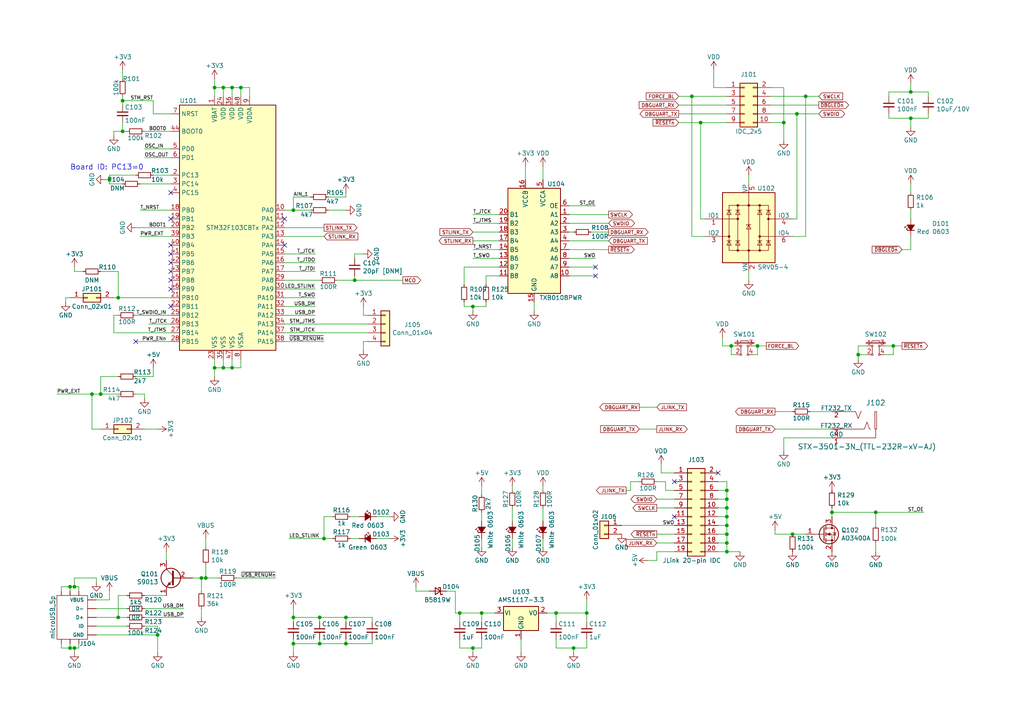
<source format=kicad_sch>
(kicad_sch (version 20211123) (generator eeschema)
  (paper "A4")
  (title_block (title "SS debug adapter (STLink v2.1 comp.)") (date "2021-01-04") (rev "R1A") (company "MaJo :)"))
  (junction (at 26.67 114.3))
  (junction (at 139.7 177.8))
  (junction (at 166.37 187.96))
  (junction (at 85.09 179.07))
  (junction (at 62.23 25.4))
  (junction (at 203.2 35.56))
  (junction (at 67.31 25.4))
  (junction (at 210.82 149.86))
  (junction (at 200.66 27.94))
  (junction (at 102.87 81.28))
  (junction (at 210.82 154.94))
  (junction (at 133.35 177.8))
  (junction (at 64.77 25.4))
  (junction (at 227.33 35.56))
  (junction (at 20.32 170.18))
  (junction (at 92.71 179.07))
  (junction (at 58.42 167.64))
  (junction (at 210.82 152.4))
  (junction (at 210.82 157.48))
  (junction (at 137.16 88.9))
  (junction (at 264.16 34.29))
  (junction (at 229.87 154.94))
  (junction (at 259.08 100.33))
  (junction (at 35.56 38.1))
  (junction (at 137.16 187.96))
  (junction (at 69.85 25.4))
  (junction (at 31.75 52.07))
  (junction (at 100.33 179.07))
  (junction (at 85.09 60.96))
  (junction (at 231.14 33.02))
  (junction (at 29.21 114.3))
  (junction (at 100.33 186.69))
  (junction (at 92.71 186.69))
  (junction (at 67.31 106.68))
  (junction (at 93.98 156.21))
  (junction (at 248.92 102.87))
  (junction (at 34.29 179.07))
  (junction (at 210.82 142.24))
  (junction (at 210.82 144.78))
  (junction (at 212.09 100.33))
  (junction (at 59.69 167.64))
  (junction (at 64.77 106.68))
  (junction (at 34.29 86.36))
  (junction (at 21.59 170.18))
  (junction (at 241.3 148.59))
  (junction (at 170.18 177.8))
  (junction (at 21.59 187.96))
  (junction (at 233.68 27.94))
  (junction (at 254 148.59))
  (junction (at 85.09 186.69))
  (junction (at 45.72 184.15))
  (junction (at 219.71 100.33))
  (junction (at 210.82 160.02))
  (junction (at 161.29 177.8))
  (junction (at 20.32 187.96))
  (junction (at 35.56 29.21))
  (junction (at 264.16 26.67))
  (junction (at 62.23 106.68))
  (junction (at 210.82 147.32))
  (no_connect (at 82.55 71.12))
  (no_connect (at 172.72 80.01))
  (no_connect (at 208.28 137.16))
  (no_connect (at 82.55 63.5))
  (no_connect (at 49.53 73.66))
  (no_connect (at 172.72 77.47))
  (no_connect (at 49.53 83.82))
  (no_connect (at 195.58 139.7))
  (no_connect (at 49.53 78.74))
  (no_connect (at 49.53 88.9))
  (no_connect (at 39.37 99.06))
  (no_connect (at 49.53 55.88))
  (no_connect (at 49.53 71.12))
  (no_connect (at 49.53 76.2))
  (no_connect (at 49.53 81.28))
  (no_connect (at 195.58 149.86))
  (no_connect (at 49.53 63.5))
  (wire (pts (xy 62.23 109.22) (xy 62.23 106.68)))
  (wire (pts (xy 261.62 72.39) (xy 264.16 72.39)))
  (wire (pts (xy 45.72 184.15) (xy 45.72 189.23)))
  (wire (pts (xy 237.49 27.94) (xy 233.68 27.94)))
  (wire (pts (xy 209.55 97.79) (xy 209.55 100.33)))
  (wire (pts (xy 269.24 26.67) (xy 269.24 27.94)))
  (wire (pts (xy 31.75 50.8) (xy 39.37 50.8)))
  (wire (pts (xy 33.02 91.44) (xy 33.02 96.52)))
  (wire (pts (xy 20.32 187.96) (xy 20.32 186.69)))
  (wire (pts (xy 101.6 156.21) (xy 104.14 156.21)))
  (wire (pts (xy 165.1 59.69) (xy 172.72 59.69)))
  (wire (pts (xy 105.41 101.6) (xy 105.41 99.06)))
  (wire (pts (xy 85.09 179.07) (xy 92.71 179.07)))
  (wire (pts (xy 157.48 48.26) (xy 157.48 52.07)))
  (wire (pts (xy 140.97 88.9) (xy 140.97 87.63)))
  (wire (pts (xy 49.53 50.8) (xy 44.45 50.8)))
  (wire (pts (xy 185.42 124.46) (xy 190.5 124.46)))
  (wire (pts (xy 85.09 60.96) (xy 90.17 60.96)))
  (wire (pts (xy 36.83 179.07) (xy 34.29 179.07)))
  (wire (pts (xy 64.77 25.4) (xy 67.31 25.4)))
  (wire (pts (xy 29.21 109.22) (xy 29.21 114.3)))
  (wire (pts (xy 58.42 167.64) (xy 58.42 171.45)))
  (wire (pts (xy 35.56 38.1) (xy 35.56 35.56)))
  (wire (pts (xy 59.69 163.83) (xy 59.69 167.64)))
  (wire (pts (xy 257.81 34.29) (xy 264.16 34.29)))
  (wire (pts (xy 152.4 48.26) (xy 152.4 52.07)))
  (wire (pts (xy 210.82 154.94) (xy 210.82 157.48)))
  (wire (pts (xy 208.28 147.32) (xy 210.82 147.32)))
  (wire (pts (xy 67.31 25.4) (xy 69.85 25.4)))
  (wire (pts (xy 35.56 38.1) (xy 33.02 38.1)))
  (wire (pts (xy 17.78 187.96) (xy 20.32 187.96)))
  (wire (pts (xy 190.5 160.02) (xy 195.58 160.02)))
  (wire (pts (xy 62.23 106.68) (xy 64.77 106.68)))
  (wire (pts (xy 82.55 78.74) (xy 91.44 78.74)))
  (wire (pts (xy 97.79 81.28) (xy 102.87 81.28)))
  (wire (pts (xy 92.71 180.34) (xy 92.71 179.07)))
  (wire (pts (xy 144.78 80.01) (xy 140.97 80.01)))
  (wire (pts (xy 82.55 68.58) (xy 93.98 68.58)))
  (wire (pts (xy 248.92 100.33) (xy 251.46 100.33)))
  (wire (pts (xy 92.71 186.69) (xy 100.33 186.69)))
  (wire (pts (xy 35.56 29.21) (xy 35.56 30.48)))
  (wire (pts (xy 96.52 156.21) (xy 93.98 156.21)))
  (wire (pts (xy 148.59 140.97) (xy 148.59 142.24)))
  (wire (pts (xy 170.18 177.8) (xy 161.29 177.8)))
  (wire (pts (xy 41.91 181.61) (xy 45.72 181.61)))
  (wire (pts (xy 157.48 140.97) (xy 157.48 142.24)))
  (wire (pts (xy 229.87 154.94) (xy 233.68 154.94)))
  (wire (pts (xy 31.75 52.07) (xy 30.48 52.07)))
  (wire (pts (xy 105.41 73.66) (xy 102.87 73.66)))
  (wire (pts (xy 161.29 187.96) (xy 166.37 187.96)))
  (wire (pts (xy 217.17 50.8) (xy 217.17 53.34)))
  (wire (pts (xy 133.35 180.34) (xy 133.35 177.8)))
  (wire (pts (xy 21.59 78.74) (xy 24.13 78.74)))
  (wire (pts (xy 29.21 124.46) (xy 26.67 124.46)))
  (wire (pts (xy 259.08 102.87) (xy 259.08 100.33)))
  (wire (pts (xy 33.02 96.52) (xy 49.53 96.52)))
  (wire (pts (xy 200.66 27.94) (xy 196.85 27.94)))
  (wire (pts (xy 140.97 80.01) (xy 140.97 82.55)))
  (wire (pts (xy 31.75 52.07) (xy 31.75 50.8)))
  (wire (pts (xy 102.87 81.28) (xy 116.84 81.28)))
  (wire (pts (xy 233.68 27.94) (xy 223.52 27.94)))
  (wire (pts (xy 134.62 88.9) (xy 137.16 88.9)))
  (wire (pts (xy 68.58 167.64) (xy 80.01 167.64)))
  (wire (pts (xy 219.71 100.33) (xy 222.25 100.33)))
  (wire (pts (xy 49.53 45.72) (xy 41.91 45.72)))
  (wire (pts (xy 107.95 186.69) (xy 107.95 185.42)))
  (wire (pts (xy 36.83 172.72) (xy 34.29 172.72)))
  (wire (pts (xy 92.71 179.07) (xy 100.33 179.07)))
  (wire (pts (xy 82.55 83.82) (xy 91.44 83.82)))
  (wire (pts (xy 62.23 22.86) (xy 62.23 25.4)))
  (wire (pts (xy 227.33 130.81) (xy 227.33 127)))
  (wire (pts (xy 190.5 154.94) (xy 195.58 154.94)))
  (wire (pts (xy 105.41 99.06) (xy 106.68 99.06)))
  (wire (pts (xy 200.66 68.58) (xy 200.66 27.94)))
  (wire (pts (xy 95.25 57.15) (xy 100.33 57.15)))
  (wire (pts (xy 187.96 162.56) (xy 190.5 162.56)))
  (wire (pts (xy 139.7 185.42) (xy 139.7 187.96)))
  (wire (pts (xy 59.69 167.64) (xy 63.5 167.64)))
  (wire (pts (xy 218.44 102.87) (xy 219.71 102.87)))
  (wire (pts (xy 210.82 144.78) (xy 210.82 147.32)))
  (wire (pts (xy 62.23 25.4) (xy 62.23 27.94)))
  (wire (pts (xy 59.69 158.75) (xy 59.69 156.21)))
  (wire (pts (xy 31.75 53.34) (xy 31.75 52.07)))
  (wire (pts (xy 22.86 170.18) (xy 22.86 171.45)))
  (wire (pts (xy 264.16 26.67) (xy 269.24 26.67)))
  (wire (pts (xy 31.75 173.99) (xy 31.75 171.45)))
  (wire (pts (xy 41.91 38.1) (xy 49.53 38.1)))
  (wire (pts (xy 165.1 77.47) (xy 172.72 77.47)))
  (wire (pts (xy 217.17 81.28) (xy 217.17 78.74)))
  (wire (pts (xy 19.05 86.36) (xy 19.05 87.63)))
  (wire (pts (xy 254 157.48) (xy 254 160.02)))
  (wire (pts (xy 100.33 185.42) (xy 100.33 186.69)))
  (wire (pts (xy 157.48 156.21) (xy 157.48 158.75)))
  (wire (pts (xy 208.28 152.4) (xy 210.82 152.4)))
  (wire (pts (xy 210.82 147.32) (xy 210.82 149.86)))
  (wire (pts (xy 45.72 181.61) (xy 45.72 184.15)))
  (wire (pts (xy 35.56 53.34) (xy 31.75 53.34)))
  (wire (pts (xy 264.16 60.96) (xy 264.16 63.5)))
  (wire (pts (xy 69.85 106.68) (xy 69.85 104.14)))
  (wire (pts (xy 17.78 171.45) (xy 17.78 170.18)))
  (wire (pts (xy 85.09 189.23) (xy 85.09 186.69)))
  (wire (pts (xy 92.71 185.42) (xy 92.71 186.69)))
  (wire (pts (xy 212.09 100.33) (xy 213.36 100.33)))
  (wire (pts (xy 193.04 142.24) (xy 193.04 139.7)))
  (wire (pts (xy 203.2 63.5) (xy 203.2 35.56)))
  (wire (pts (xy 35.56 20.32) (xy 35.56 22.86)))
  (wire (pts (xy 208.28 142.24) (xy 210.82 142.24)))
  (wire (pts (xy 264.16 53.34) (xy 264.16 55.88)))
  (wire (pts (xy 233.68 68.58) (xy 233.68 27.94)))
  (wire (pts (xy 41.91 179.07) (xy 53.34 179.07)))
  (wire (pts (xy 170.18 173.99) (xy 170.18 177.8)))
  (wire (pts (xy 85.09 176.53) (xy 85.09 179.07)))
  (wire (pts (xy 207.01 20.32) (xy 207.01 25.4)))
  (wire (pts (xy 129.54 171.45) (xy 132.08 171.45)))
  (wire (pts (xy 17.78 186.69) (xy 17.78 187.96)))
  (wire (pts (xy 166.37 67.31) (xy 165.1 67.31)))
  (wire (pts (xy 165.1 62.23) (xy 176.53 62.23)))
  (wire (pts (xy 82.55 93.98) (xy 106.68 93.98)))
  (wire (pts (xy 33.02 38.1) (xy 33.02 39.37)))
  (wire (pts (xy 21.59 170.18) (xy 22.86 170.18)))
  (wire (pts (xy 185.42 118.11) (xy 190.5 118.11)))
  (wire (pts (xy 67.31 104.14) (xy 67.31 106.68)))
  (wire (pts (xy 21.59 187.96) (xy 22.86 187.96)))
  (wire (pts (xy 193.04 139.7) (xy 190.5 139.7)))
  (wire (pts (xy 210.82 160.02) (xy 208.28 160.02)))
  (wire (pts (xy 182.88 142.24) (xy 181.61 142.24)))
  (wire (pts (xy 185.42 139.7) (xy 182.88 139.7)))
  (wire (pts (xy 191.77 137.16) (xy 195.58 137.16)))
  (wire (pts (xy 35.56 27.94) (xy 35.56 29.21)))
  (wire (pts (xy 237.49 30.48) (xy 223.52 30.48)))
  (wire (pts (xy 49.53 68.58) (xy 40.64 68.58)))
  (wire (pts (xy 102.87 81.28) (xy 102.87 80.01)))
  (wire (pts (xy 137.16 88.9) (xy 140.97 88.9)))
  (wire (pts (xy 82.55 60.96) (xy 85.09 60.96)))
  (wire (pts (xy 106.68 91.44) (xy 105.41 91.44)))
  (wire (pts (xy 85.09 60.96) (xy 85.09 57.15)))
  (wire (pts (xy 69.85 25.4) (xy 72.39 25.4)))
  (wire (pts (xy 82.55 73.66) (xy 91.44 73.66)))
  (wire (pts (xy 139.7 187.96) (xy 137.16 187.96)))
  (wire (pts (xy 195.58 147.32) (xy 190.5 147.32)))
  (wire (pts (xy 133.35 177.8) (xy 139.7 177.8)))
  (wire (pts (xy 58.42 167.64) (xy 59.69 167.64)))
  (wire (pts (xy 132.08 177.8) (xy 133.35 177.8)))
  (wire (pts (xy 49.53 43.18) (xy 41.91 43.18)))
  (wire (pts (xy 209.55 100.33) (xy 212.09 100.33)))
  (wire (pts (xy 234.95 119.38) (xy 241.3 119.38)))
  (wire (pts (xy 41.91 114.3) (xy 39.37 114.3)))
  (wire (pts (xy 29.21 78.74) (xy 34.29 78.74)))
  (wire (pts (xy 41.91 172.72) (xy 48.26 172.72)))
  (wire (pts (xy 248.92 102.87) (xy 248.92 100.33)))
  (wire (pts (xy 144.78 72.39) (xy 137.16 72.39)))
  (wire (pts (xy 269.24 34.29) (xy 269.24 33.02)))
  (wire (pts (xy 62.23 106.68) (xy 62.23 104.14)))
  (wire (pts (xy 157.48 147.32) (xy 157.48 151.13)))
  (wire (pts (xy 139.7 140.97) (xy 139.7 143.51)))
  (wire (pts (xy 204.47 63.5) (xy 203.2 63.5)))
  (wire (pts (xy 148.59 147.32) (xy 148.59 151.13)))
  (wire (pts (xy 224.79 124.46) (xy 241.3 124.46)))
  (wire (pts (xy 64.77 27.94) (xy 64.77 25.4)))
  (wire (pts (xy 85.09 186.69) (xy 92.71 186.69)))
  (wire (pts (xy 64.77 104.14) (xy 64.77 106.68)))
  (wire (pts (xy 139.7 156.21) (xy 139.7 158.75)))
  (wire (pts (xy 96.52 149.86) (xy 93.98 149.86)))
  (wire (pts (xy 165.1 80.01) (xy 172.72 80.01)))
  (wire (pts (xy 224.79 119.38) (xy 229.87 119.38)))
  (wire (pts (xy 171.45 67.31) (xy 176.53 67.31)))
  (wire (pts (xy 40.64 60.96) (xy 49.53 60.96)))
  (wire (pts (xy 82.55 99.06) (xy 93.98 99.06)))
  (wire (pts (xy 200.66 68.58) (xy 204.47 68.58)))
  (wire (pts (xy 161.29 177.8) (xy 158.75 177.8)))
  (wire (pts (xy 210.82 27.94) (xy 200.66 27.94)))
  (wire (pts (xy 190.5 162.56) (xy 190.5 160.02)))
  (wire (pts (xy 227.33 40.64) (xy 227.33 35.56)))
  (wire (pts (xy 144.78 77.47) (xy 134.62 77.47)))
  (wire (pts (xy 69.85 27.94) (xy 69.85 25.4)))
  (wire (pts (xy 22.86 187.96) (xy 22.86 186.69)))
  (wire (pts (xy 241.3 149.86) (xy 241.3 148.59)))
  (wire (pts (xy 264.16 36.83) (xy 264.16 34.29)))
  (wire (pts (xy 257.81 26.67) (xy 264.16 26.67)))
  (wire (pts (xy 20.32 171.45) (xy 20.32 170.18)))
  (wire (pts (xy 190.5 144.78) (xy 195.58 144.78)))
  (wire (pts (xy 231.14 63.5) (xy 231.14 33.02)))
  (wire (pts (xy 254 148.59) (xy 241.3 148.59)))
  (wire (pts (xy 20.32 187.96) (xy 21.59 187.96)))
  (wire (pts (xy 170.18 187.96) (xy 170.18 185.42)))
  (wire (pts (xy 41.91 115.57) (xy 41.91 114.3)))
  (wire (pts (xy 154.94 90.17) (xy 154.94 87.63)))
  (wire (pts (xy 227.33 25.4) (xy 227.33 35.56)))
  (wire (pts (xy 208.28 149.86) (xy 210.82 149.86)))
  (wire (pts (xy 20.32 86.36) (xy 19.05 86.36)))
  (wire (pts (xy 195.58 157.48) (xy 190.5 157.48)))
  (wire (pts (xy 210.82 160.02) (xy 214.63 160.02)))
  (wire (pts (xy 58.42 176.53) (xy 58.42 179.07)))
  (wire (pts (xy 210.82 33.02) (xy 196.85 33.02)))
  (wire (pts (xy 85.09 179.07) (xy 85.09 180.34)))
  (wire (pts (xy 92.71 81.28) (xy 82.55 81.28)))
  (wire (pts (xy 208.28 154.94) (xy 210.82 154.94)))
  (wire (pts (xy 100.33 179.07) (xy 107.95 179.07)))
  (wire (pts (xy 35.56 29.21) (xy 44.45 29.21)))
  (wire (pts (xy 191.77 134.62) (xy 191.77 137.16)))
  (wire (pts (xy 82.55 76.2) (xy 91.44 76.2)))
  (wire (pts (xy 223.52 25.4) (xy 227.33 25.4)))
  (wire (pts (xy 257.81 27.94) (xy 257.81 26.67)))
  (wire (pts (xy 72.39 25.4) (xy 72.39 27.94)))
  (wire (pts (xy 49.53 91.44) (xy 39.37 91.44)))
  (wire (pts (xy 210.82 149.86) (xy 210.82 152.4)))
  (wire (pts (xy 27.94 173.99) (xy 31.75 173.99)))
  (wire (pts (xy 165.1 64.77) (xy 176.53 64.77)))
  (wire (pts (xy 100.33 180.34) (xy 100.33 179.07)))
  (wire (pts (xy 264.16 72.39) (xy 264.16 68.58)))
  (wire (pts (xy 85.09 186.69) (xy 85.09 185.42)))
  (wire (pts (xy 248.92 104.14) (xy 248.92 102.87)))
  (wire (pts (xy 55.88 167.64) (xy 58.42 167.64)))
  (wire (pts (xy 144.78 67.31) (xy 137.16 67.31)))
  (wire (pts (xy 41.91 176.53) (xy 53.34 176.53)))
  (wire (pts (xy 34.29 179.07) (xy 27.94 179.07)))
  (wire (pts (xy 40.64 53.34) (xy 49.53 53.34)))
  (wire (pts (xy 203.2 35.56) (xy 196.85 35.56)))
  (wire (pts (xy 101.6 149.86) (xy 104.14 149.86)))
  (wire (pts (xy 34.29 86.36) (xy 49.53 86.36)))
  (wire (pts (xy 21.59 189.23) (xy 21.59 187.96)))
  (wire (pts (xy 107.95 179.07) (xy 107.95 180.34)))
  (wire (pts (xy 16.51 114.3) (xy 26.67 114.3)))
  (wire (pts (xy 34.29 91.44) (xy 33.02 91.44)))
  (wire (pts (xy 229.87 154.94) (xy 224.79 154.94)))
  (wire (pts (xy 257.81 33.02) (xy 257.81 34.29)))
  (wire (pts (xy 144.78 74.93) (xy 137.16 74.93)))
  (wire (pts (xy 67.31 27.94) (xy 67.31 25.4)))
  (wire (pts (xy 82.55 88.9) (xy 91.44 88.9)))
  (wire (pts (xy 82.55 86.36) (xy 91.44 86.36)))
  (wire (pts (xy 144.78 64.77) (xy 137.16 64.77)))
  (wire (pts (xy 210.82 142.24) (xy 210.82 144.78)))
  (wire (pts (xy 21.59 77.47) (xy 21.59 78.74)))
  (wire (pts (xy 26.67 114.3) (xy 29.21 114.3)))
  (wire (pts (xy 132.08 171.45) (xy 132.08 177.8)))
  (wire (pts (xy 62.23 25.4) (xy 64.77 25.4)))
  (wire (pts (xy 82.55 96.52) (xy 106.68 96.52)))
  (wire (pts (xy 210.82 139.7) (xy 210.82 142.24)))
  (wire (pts (xy 82.55 66.04) (xy 93.98 66.04)))
  (wire (pts (xy 267.97 148.59) (xy 254 148.59)))
  (wire (pts (xy 208.28 157.48) (xy 210.82 157.48)))
  (wire (pts (xy 161.29 185.42) (xy 161.29 187.96)))
  (wire (pts (xy 27.94 167.64) (xy 21.59 167.64)))
  (wire (pts (xy 133.35 187.96) (xy 137.16 187.96)))
  (wire (pts (xy 120.65 171.45) (xy 124.46 171.45)))
  (wire (pts (xy 49.53 99.06) (xy 39.37 99.06)))
  (wire (pts (xy 208.28 144.78) (xy 210.82 144.78)))
  (wire (pts (xy 137.16 90.17) (xy 137.16 88.9)))
  (wire (pts (xy 102.87 73.66) (xy 102.87 74.93)))
  (wire (pts (xy 34.29 78.74) (xy 34.29 86.36)))
  (wire (pts (xy 82.55 91.44) (xy 91.44 91.44)))
  (wire (pts (xy 219.71 102.87) (xy 219.71 100.33)))
  (wire (pts (xy 210.82 152.4) (xy 210.82 154.94)))
  (wire (pts (xy 33.02 86.36) (xy 34.29 86.36)))
  (wire (pts (xy 166.37 187.96) (xy 170.18 187.96)))
  (wire (pts (xy 21.59 167.64) (xy 21.59 170.18)))
  (wire (pts (xy 182.88 139.7) (xy 182.88 142.24)))
  (wire (pts (xy 144.78 62.23) (xy 137.16 62.23)))
  (wire (pts (xy 139.7 177.8) (xy 143.51 177.8)))
  (wire (pts (xy 67.31 106.68) (xy 69.85 106.68)))
  (wire (pts (xy 49.53 93.98) (xy 43.18 93.98)))
  (wire (pts (xy 44.45 29.21) (xy 44.45 33.02)))
  (wire (pts (xy 133.35 185.42) (xy 133.35 187.96)))
  (wire (pts (xy 39.37 109.22) (xy 44.45 109.22)))
  (wire (pts (xy 17.78 170.18) (xy 20.32 170.18)))
  (wire (pts (xy 231.14 33.02) (xy 223.52 33.02)))
  (wire (pts (xy 139.7 148.59) (xy 139.7 151.13)))
  (wire (pts (xy 120.65 170.18) (xy 120.65 171.45)))
  (wire (pts (xy 165.1 74.93) (xy 172.72 74.93)))
  (wire (pts (xy 170.18 180.34) (xy 170.18 177.8)))
  (wire (pts (xy 210.82 157.48) (xy 210.82 160.02)))
  (wire (pts (xy 26.67 124.46) (xy 26.67 114.3)))
  (wire (pts (xy 27.94 176.53) (xy 36.83 176.53)))
  (wire (pts (xy 165.1 69.85) (xy 176.53 69.85)))
  (wire (pts (xy 256.54 102.87) (xy 259.08 102.87)))
  (wire (pts (xy 44.45 33.02) (xy 49.53 33.02)))
  (wire (pts (xy 151.13 185.42) (xy 151.13 189.23)))
  (wire (pts (xy 210.82 35.56) (xy 203.2 35.56)))
  (wire (pts (xy 36.83 38.1) (xy 35.56 38.1)))
  (wire (pts (xy 144.78 69.85) (xy 137.16 69.85)))
  (wire (pts (xy 137.16 187.96) (xy 137.16 189.23)))
  (wire (pts (xy 34.29 109.22) (xy 29.21 109.22)))
  (wire (pts (xy 100.33 57.15) (xy 100.33 55.88)))
  (wire (pts (xy 100.33 60.96) (xy 95.25 60.96)))
  (wire (pts (xy 36.83 181.61) (xy 27.94 181.61)))
  (wire (pts (xy 105.41 91.44) (xy 105.41 88.9)))
  (wire (pts (xy 264.16 24.13) (xy 264.16 26.67)))
  (wire (pts (xy 264.16 34.29) (xy 269.24 34.29)))
  (wire (pts (xy 85.09 57.15) (xy 90.17 57.15)))
  (wire (pts (xy 27.94 168.91) (xy 27.94 167.64)))
  (wire (pts (xy 134.62 87.63) (xy 134.62 88.9)))
  (wire (pts (xy 166.37 189.23) (xy 166.37 187.96)))
  (wire (pts (xy 237.49 33.02) (xy 231.14 33.02)))
  (wire (pts (xy 139.7 180.34) (xy 139.7 177.8)))
  (wire (pts (xy 44.45 109.22) (xy 44.45 106.68)))
  (wire (pts (xy 208.28 139.7) (xy 210.82 139.7)))
  (wire (pts (xy 34.29 172.72) (xy 34.29 179.07)))
  (wire (pts (xy 212.09 102.87) (xy 212.09 100.33)))
  (wire (pts (xy 218.44 100.33) (xy 219.71 100.33)))
  (wire (pts (xy 251.46 102.87) (xy 248.92 102.87)))
  (wire (pts (xy 213.36 102.87) (xy 212.09 102.87)))
  (wire (pts (xy 259.08 100.33) (xy 261.62 100.33)))
  (wire (pts (xy 254 152.4) (xy 254 148.59)))
  (wire (pts (xy 229.87 63.5) (xy 231.14 63.5)))
  (wire (pts (xy 148.59 156.21) (xy 148.59 158.75)))
  (wire (pts (xy 227.33 35.56) (xy 223.52 35.56)))
  (wire (pts (xy 27.94 184.15) (xy 45.72 184.15)))
  (wire (pts (xy 45.72 124.46) (xy 41.91 124.46)))
  (wire (pts (xy 207.01 25.4) (xy 210.82 25.4)))
  (wire (pts (xy 48.26 162.56) (xy 48.26 160.02)))
  (wire (pts (xy 20.32 170.18) (xy 21.59 170.18)))
  (wire (pts (xy 241.3 148.59) (xy 241.3 147.32)))
  (wire (pts (xy 64.77 106.68) (xy 67.31 106.68)))
  (wire (pts (xy 180.34 152.4) (xy 195.58 152.4)))
  (wire (pts (xy 100.33 186.69) (xy 107.95 186.69)))
  (wire (pts (xy 224.79 154.94) (xy 224.79 153.67)))
  (wire (pts (xy 256.54 100.33) (xy 259.08 100.33)))
  (wire (pts (xy 195.58 142.24) (xy 193.04 142.24)))
  (wire (pts (xy 229.87 68.58) (xy 233.68 68.58)))
  (wire (pts (xy 161.29 180.34) (xy 161.29 177.8)))
  (wire (pts (xy 227.33 127) (xy 241.3 127)))
  (wire (pts (xy 29.21 114.3) (xy 34.29 114.3)))
  (wire (pts (xy 109.22 156.21) (xy 113.03 156.21)))
  (wire (pts (xy 113.03 149.86) (xy 109.22 149.86)))
  (wire (pts (xy 49.53 66.04) (xy 39.37 66.04)))
  (wire (pts (xy 210.82 30.48) (xy 196.85 30.48)))
  (wire (pts (xy 93.98 149.86) (xy 93.98 156.21)))
  (wire (pts (xy 134.62 77.47) (xy 134.62 82.55)))
  (wire (pts (xy 165.1 72.39) (xy 176.53 72.39)))
  (wire (pts (xy 93.98 156.21) (xy 83.82 156.21)))
  (text "Board ID: PC13=0" (at 20.32 49.53 0) (effects (font (size 1.524 1.524)) (justify left bottom)))
  (label "PWR_EXT" (at 40.64 68.58 0) (effects (font (size 1.016 1.016))))
  (label "STM_JTCK" (at 91.44 96.52 180) (effects (font (size 1.016 1.016))))
  (label "T_SWO" (at 91.44 86.36 180) (effects (font (size 1.016 1.016))))
  (label "T_JTDO" (at 91.44 76.2 180) (effects (font (size 1.016 1.016))))
  (label "ST_OE" (at 172.72 59.69 180) (effects (font (size 1.016 1.016))))
  (label "LED_STLINK" (at 83.82 156.21 0) (effects (font (size 1.016 1.016))))
  (label "T_JTMS" (at 137.16 64.77 0) (effects (font (size 1.016 1.016))))
  (label "T_SWO" (at 137.16 74.93 0) (effects (font (size 1.016 1.016))))
  (label "T_JTDI" (at 91.44 78.74 180) (effects (font (size 1.016 1.016))))
  (label "STM_JTMS" (at 91.44 93.98 180) (effects (font (size 1.016 1.016))))
  (label "PWR_ENn" (at 48.26 99.06 180) (effects (font (size 1.016 1.016))))
  (label "USB_DM" (at 53.34 176.53 180) (effects (font (size 1.016 1.016))))
  (label "STM_RST" (at 44.45 29.21 180) (effects (font (size 1.016 1.016))))
  (label "T_JTCK" (at 137.16 62.23 0) (effects (font (size 1.016 1.016))))
  (label "USB_DP" (at 91.44 91.44 180) (effects (font (size 1.016 1.016))))
  (label "SWO" (at 195.58 152.4 180) (effects (font (size 1.016 1.016))))
  (label "ST_OE" (at 267.97 148.59 180) (effects (font (size 1.016 1.016))))
  (label "T_JTCK" (at 91.44 73.66 180) (effects (font (size 1.016 1.016))))
  (label "T_JTCK" (at 43.18 93.98 0) (effects (font (size 1.016 1.016))))
  (label "T_NRST" (at 137.16 72.39 0) (effects (font (size 1.016 1.016))))
  (label "~{USB_RENUMn}" (at 93.98 99.06 180) (effects (font (size 1.016 1.016))))
  (label "AIN_1" (at 85.09 57.15 0) (effects (font (size 1.016 1.016))))
  (label "T_SWDIO_IN" (at 48.26 91.44 180) (effects (font (size 1.016 1.016))))
  (label "SWO" (at 172.72 74.93 180) (effects (font (size 1.016 1.016))))
  (label "USB_DP" (at 53.34 179.07 180) (effects (font (size 1.016 1.016))))
  (label "~{USB_RENUMn}" (at 80.01 167.64 180) (effects (font (size 1.016 1.016))))
  (label "BOOT0" (at 48.26 38.1 180) (effects (font (size 1.016 1.016))))
  (label "LED_STLINK" (at 91.44 83.82 180) (effects (font (size 1.016 1.016))))
  (label "PWR_EXT" (at 16.51 114.3 0) (effects (font (size 1.016 1.016))))
  (label "T_NRST" (at 40.64 60.96 0) (effects (font (size 1.016 1.016))))
  (label "T_JTMS" (at 48.26 96.52 180) (effects (font (size 1.016 1.016))))
  (label "USB_DM" (at 91.44 88.9 180) (effects (font (size 1.016 1.016))))
  (label "OSC_OUT" (at 41.91 45.72 0) (effects (font (size 1.016 1.016))))
  (label "BOOT1" (at 48.26 66.04 180) (effects (font (size 1.016 1.016))))
  (label "OSC_IN" (at 41.91 43.18 0) (effects (font (size 1.016 1.016))))
  (global_label "STLINK_RX" (shape input) (at 93.98 68.58 0) (effects (font (size 1.016 1.016))) (property "Intersheet References" "${INTERSHEET_REFS}" (effects hide)))
  (global_label "SWDIO" (shape bidirectional) (at 237.49 33.02 0) (effects (font (size 1.016 1.016))) (property "Intersheet References" "${INTERSHEET_REFS}" (effects hide)))
  (global_label "DBGUART_TX" (shape input) (at 176.53 69.85 0) (effects (font (size 1.016 1.016))) (property "Intersheet References" "${INTERSHEET_REFS}" (effects hide)))
  (global_label "~{DBGLEDn}" (shape output) (at 237.49 30.48 0) (effects (font (size 1.016 1.016))) (property "Intersheet References" "${INTERSHEET_REFS}" (effects hide)))
  (global_label "~{RESETn}" (shape output) (at 190.5 154.94 180) (effects (font (size 1.016 1.016))) (property "Intersheet References" "${INTERSHEET_REFS}" (effects hide)))
  (global_label "~{RESETn}" (shape output) (at 261.62 100.33 0) (effects (font (size 1.016 1.016))) (property "Intersheet References" "${INTERSHEET_REFS}" (effects hide)))
  (global_label "DBGUART_TX" (shape output) (at 196.85 33.02 180) (effects (font (size 1.016 1.016))) (property "Intersheet References" "${INTERSHEET_REFS}" (effects hide)))
  (global_label "~{RESETn}" (shape input) (at 196.85 35.56 180) (effects (font (size 1.016 1.016))) (property "Intersheet References" "${INTERSHEET_REFS}" (effects hide)))
  (global_label "SWCLK" (shape output) (at 176.53 62.23 0) (effects (font (size 1.016 1.016))) (property "Intersheet References" "${INTERSHEET_REFS}" (effects hide)))
  (global_label "SWDIO" (shape bidirectional) (at 176.53 64.77 0) (effects (font (size 1.016 1.016))) (property "Intersheet References" "${INTERSHEET_REFS}" (effects hide)))
  (global_label "SWDIO" (shape bidirectional) (at 190.5 144.78 180) (effects (font (size 1.016 1.016))) (property "Intersheet References" "${INTERSHEET_REFS}" (effects hide)))
  (global_label "~{RESETn}" (shape output) (at 176.53 72.39 0) (effects (font (size 1.016 1.016))) (property "Intersheet References" "${INTERSHEET_REFS}" (effects hide)))
  (global_label "MCO" (shape output) (at 116.84 81.28 0) (effects (font (size 1.016 1.016))) (property "Intersheet References" "${INTERSHEET_REFS}" (effects hide)))
  (global_label "DBGUART_RX" (shape output) (at 185.42 118.11 180) (effects (font (size 1.016 1.016))) (property "Intersheet References" "${INTERSHEET_REFS}" (effects hide)))
  (global_label "DBGUART_RX" (shape output) (at 176.53 67.31 0) (effects (font (size 1.016 1.016))) (property "Intersheet References" "${INTERSHEET_REFS}" (effects hide)))
  (global_label "DBGUART_TX" (shape input) (at 185.42 124.46 180) (effects (font (size 1.016 1.016))) (property "Intersheet References" "${INTERSHEET_REFS}" (effects hide)))
  (global_label "SWCLK" (shape input) (at 237.49 27.94 0) (effects (font (size 1.016 1.016))) (property "Intersheet References" "${INTERSHEET_REFS}" (effects hide)))
  (global_label "SWCLK" (shape output) (at 190.5 147.32 180) (effects (font (size 1.016 1.016))) (property "Intersheet References" "${INTERSHEET_REFS}" (effects hide)))
  (global_label "~{DBGLEDn}" (shape input) (at 261.62 72.39 180) (effects (font (size 1.016 1.016))) (property "Intersheet References" "${INTERSHEET_REFS}" (effects hide)))
  (global_label "JLINK_TX" (shape output) (at 181.61 142.24 180) (effects (font (size 1.016 1.016))) (property "Intersheet References" "${INTERSHEET_REFS}" (effects hide)))
  (global_label "JLINK_RX" (shape input) (at 190.5 157.48 180) (effects (font (size 1.016 1.016))) (property "Intersheet References" "${INTERSHEET_REFS}" (effects hide)))
  (global_label "STLINK_RX" (shape output) (at 137.16 69.85 180) (effects (font (size 1.016 1.016))) (property "Intersheet References" "${INTERSHEET_REFS}" (effects hide)))
  (global_label "DBGUART_TX" (shape input) (at 224.79 124.46 180) (effects (font (size 1.016 1.016))) (property "Intersheet References" "${INTERSHEET_REFS}" (effects hide)))
  (global_label "DBGUART_RX" (shape output) (at 224.79 119.38 180) (effects (font (size 1.016 1.016))) (property "Intersheet References" "${INTERSHEET_REFS}" (effects hide)))
  (global_label "STLINK_TX" (shape output) (at 93.98 66.04 0) (effects (font (size 1.016 1.016))) (property "Intersheet References" "${INTERSHEET_REFS}" (effects hide)))
  (global_label "JLINK_TX" (shape input) (at 190.5 118.11 0) (effects (font (size 1.016 1.016))) (property "Intersheet References" "${INTERSHEET_REFS}" (effects hide)))
  (global_label "DBGUART_RX" (shape input) (at 196.85 30.48 180) (effects (font (size 1.016 1.016))) (property "Intersheet References" "${INTERSHEET_REFS}" (effects hide)))
  (global_label "JLINK_RX" (shape output) (at 190.5 124.46 0) (effects (font (size 1.016 1.016))) (property "Intersheet References" "${INTERSHEET_REFS}" (effects hide)))
  (global_label "FORCE_BL" (shape output) (at 222.25 100.33 0) (effects (font (size 1.016 1.016))) (property "Intersheet References" "${INTERSHEET_REFS}" (effects hide)))
  (global_label "STLINK_TX" (shape input) (at 137.16 67.31 180) (effects (font (size 1.016 1.016))) (property "Intersheet References" "${INTERSHEET_REFS}" (effects hide)))
  (global_label "FORCE_BL" (shape input) (at 196.85 27.94 180) (effects (font (size 1.016 1.016))) (property "Intersheet References" "${INTERSHEET_REFS}" (effects hide)))
  (symbol (lib_id "customlib_mj:TXB0108PWR") (at 154.94 69.85 0) (mirror y) (unit 1)
    (property "Reference" "U104" (at 161.29 53.34 0))
    (property "Value" "TXB0108PWR" (at 168.91 86.36 0) (effects (justify left)))
    (property "Footprint" "Package_SO:TSSOP-20_4.4x6.5mm_P0.65mm" (effects hide))
    (property "Datasheet" "http://www.ti.com/lit/ds/symlink/txb0108.pdf" (effects hide))
    (property "JLC" "Extended" (effects hide))
    (property "LCSC" "C53406" (effects hide))
  )
  (symbol (lib_id "power:VDD") (at 157.48 48.26 0) (unit 1)
    (property "Reference" "#PWR0144" (effects hide))
    (property "Value" "VDD" (at 157.48 44.45 0))
  )
  (symbol (lib_id "power:+3V3") (at 152.4 48.26 0) (unit 1)
    (property "Reference" "#PWR0134" (effects hide))
    (property "Value" "+3V3" (at 152.4 44.45 0))
  )
  (symbol (lib_id "power:GND") (at 154.94 90.17 0) (unit 1)
    (property "Reference" "#PWR0146" (effects hide))
    (property "Value" "GND" (at 154.94 93.98 0))
  )
  (symbol (lib_id "Device:R_Small") (at 168.91 67.31 90) (mirror x) (unit 1)
    (property "Reference" "R108" (at 171.45 66.04 90) (effects (justify right)))
    (property "Value" "100R" (at 171.45 68.58 90) (effects (justify right)))
    (property "Footprint" "Resistor_SMD:R_0402_1005Metric" (effects hide))
    (property "LCSC" "C25076" (effects hide))
  )
  (symbol (lib_id "Device:R_Small") (at 134.62 85.09 0) (unit 1)
    (property "Reference" "R109" (at 136.1186 83.9216 0) (effects (justify left)))
    (property "Value" "10k" (at 136.1186 86.233 0) (effects (justify left)))
    (property "Footprint" "Resistor_SMD:R_0402_1005Metric" (effects hide))
    (property "LCSC" "C25744" (effects hide))
  )
  (symbol (lib_id "Device:R_Small") (at 140.97 85.09 0) (unit 1)
    (property "Reference" "R125" (at 142.4686 83.9216 0) (effects (justify left)))
    (property "Value" "10k" (at 142.4686 86.233 0) (effects (justify left)))
    (property "Footprint" "Resistor_SMD:R_0402_1005Metric" (effects hide))
    (property "LCSC" "C25744" (effects hide))
  )
  (symbol (lib_id "power:GND") (at 137.16 90.17 0) (unit 1)
    (property "Reference" "#PWR0145" (effects hide))
    (property "Value" "GND" (at 137.16 93.98 0))
  )
  (symbol (lib_id "Transistor_FET:AO3400A") (at 238.76 154.94 0) (unit 1)
    (property "Reference" "Q102" (at 243.967 153.7716 0) (effects (justify left)))
    (property "Value" "AO3400A" (at 243.967 156.083 0) (effects (justify left)))
    (property "Footprint" "Package_TO_SOT_SMD:SOT-23" (effects hide))
    (property "Datasheet" "http://www.aosmd.com/pdfs/datasheet/AO3400A.pdf" (effects hide))
  )
  (symbol (lib_id "Device:R_Small") (at 241.3 144.78 0) (unit 1)
    (property "Reference" "R129" (at 242.7986 143.6116 0) (effects (justify left)))
    (property "Value" "10k" (at 242.7986 145.923 0) (effects (justify left)))
    (property "Footprint" "Resistor_SMD:R_0402_1005Metric" (effects hide))
    (property "LCSC" "C25744" (effects hide))
  )
  (symbol (lib_id "power:GND") (at 241.3 160.02 0) (unit 1)
    (property "Reference" "#PWR0159" (effects hide))
    (property "Value" "GND" (at 241.3 163.83 0))
  )
  (symbol (lib_id "Device:R_Small") (at 229.87 157.48 0) (mirror x) (unit 1)
    (property "Reference" "R131" (at 231.14 156.21 0) (effects (justify left)))
    (property "Value" "100k" (at 233.68 158.75 0))
    (property "Footprint" "Resistor_SMD:R_0402_1005Metric" (effects hide))
    (property "LCSC" "C25741" (effects hide))
  )
  (symbol (lib_id "power:GND") (at 229.87 160.02 0) (unit 1)
    (property "Reference" "#PWR0158" (effects hide))
    (property "Value" "GND" (at 229.87 163.83 0))
  )
  (symbol (lib_id "power:+5V") (at 224.79 153.67 0) (unit 1)
    (property "Reference" "#PWR0152" (effects hide))
    (property "Value" "+5V" (at 224.79 149.86 0))
  )
  (symbol (lib_id "power:+3V3") (at 241.3 142.24 0) (unit 1)
    (property "Reference" "#PWR0151" (effects hide))
    (property "Value" "+3V3" (at 241.3 138.43 0))
  )
  (symbol (lib_id "Device:R_Small") (at 254 154.94 0) (mirror x) (unit 1)
    (property "Reference" "R132" (at 255.27 153.67 0) (effects (justify left)))
    (property "Value" "100k" (at 257.81 156.21 0))
    (property "Footprint" "Resistor_SMD:R_0402_1005Metric" (effects hide))
    (property "LCSC" "C25741" (effects hide))
  )
  (symbol (lib_id "power:GND") (at 254 160.02 0) (unit 1)
    (property "Reference" "#PWR0161" (effects hide))
    (property "Value" "GND" (at 254 163.83 0))
  )
  (symbol (lib_id "Connector_Generic:Conn_02x05_Odd_Even") (at 215.9 30.48 0) (unit 1)
    (property "Reference" "J101" (at 217.17 21.59 0))
    (property "Value" "IDC_2x5" (at 217.17 38.1 0))
    (property "Footprint" "Connector_IDC:IDC-Header_2x05_P2.54mm_Vertical" (effects hide))
  )
  (symbol (lib_id "power:VDD") (at 207.01 20.32 0) (unit 1)
    (property "Reference" "#PWR0102" (effects hide))
    (property "Value" "VDD" (at 207.01 16.51 0))
  )
  (symbol (lib_id "power:GND") (at 227.33 40.64 0) (unit 1)
    (property "Reference" "#PWR0107" (effects hide))
    (property "Value" "GND" (at 227.33 44.45 0))
  )
  (symbol (lib_id "Device:C_Small") (at 257.81 30.48 0) (unit 1)
    (property "Reference" "C101" (at 260.1468 29.3116 0) (effects (justify left)))
    (property "Value" "100nF" (at 260.1468 31.623 0) (effects (justify left)))
    (property "Footprint" "Capacitor_SMD:C_0402_1005Metric" (effects hide))
    (property "LCSC" "C1525" (effects hide))
  )
  (symbol (lib_id "Device:C_Small") (at 269.24 30.48 0) (unit 1)
    (property "Reference" "C102" (at 271.5768 29.3116 0) (effects (justify left)))
    (property "Value" "10uF/10V" (at 271.5768 31.623 0) (effects (justify left)))
    (property "Footprint" "Capacitor_SMD:C_0603_1608Metric" (effects hide))
    (property "LCSC" "C19702" (effects hide))
  )
  (symbol (lib_id "Power_Protection:SRV05-4") (at 217.17 66.04 0) (unit 1)
    (property "Reference" "U102" (at 224.79 54.61 0) (effects (justify right)))
    (property "Value" "SRV05-4" (at 219.71 77.47 0) (effects (justify left)))
    (property "Footprint" "Package_TO_SOT_SMD:SOT-23-6" (effects hide))
    (property "Datasheet" "http://www.onsemi.com/pub/Collateral/SRV05-4-D.PDF" (effects hide))
    (property "LCSC" "C85364" (effects hide))
  )
  (symbol (lib_id "power:VDD") (at 264.16 24.13 0) (unit 1)
    (property "Reference" "#PWR0104" (effects hide))
    (property "Value" "VDD" (at 264.16 20.32 0))
  )
  (symbol (lib_id "power:GND") (at 264.16 36.83 0) (unit 1)
    (property "Reference" "#PWR0105" (effects hide))
    (property "Value" "GND" (at 264.16 40.64 0))
  )
  (symbol (lib_id "power:GND") (at 217.17 81.28 0) (unit 1)
    (property "Reference" "#PWR0116" (effects hide))
    (property "Value" "GND" (at 217.17 85.09 0))
  )
  (symbol (lib_id "power:VDD") (at 217.17 50.8 0) (unit 1)
    (property "Reference" "#PWR0108" (effects hide))
    (property "Value" "VDD" (at 217.17 46.99 0))
  )
  (symbol (lib_id "Device:LED_Small_ALT") (at 264.16 66.04 90) (unit 1)
    (property "Reference" "D101" (at 275.4122 64.8716 90) (effects (justify left)))
    (property "Value" "Red 0603" (at 275.4122 67.183 90) (effects (justify left)))
    (property "Footprint" "LED_SMD:LED_0603_1608Metric" (effects hide))
    (property "Datasheet" "https://datasheet.lcsc.com/szlcsc/Hubei-KENTO-Elec-KT-0603R_C2286.pdf" (effects hide))
    (property "LCSC" "C2286" (effects hide))
  )
  (symbol (lib_id "power:VDD") (at 264.16 53.34 0) (unit 1)
    (property "Reference" "#PWR0110" (effects hide))
    (property "Value" "VDD" (at 264.16 49.53 0))
  )
  (symbol (lib_id "Device:R_Small") (at 264.16 58.42 0) (unit 1)
    (property "Reference" "R106" (at 265.6586 57.2516 0) (effects (justify left)))
    (property "Value" "1k" (at 265.6586 59.563 0) (effects (justify left)))
    (property "Footprint" "Resistor_SMD:R_0402_1005Metric" (effects hide))
    (property "LCSC" "C11702" (effects hide))
  )
  (symbol (lib_id "customlib_mj:Pushbutton_SMD_TS-1102W-4316") (at 215.9 100.33 0) (unit 1)
    (property "Reference" "SW101" (at 215.9 96.9518 0))
    (property "Value" "Pushbutton_SMD_TS-1102W-4316" (effects hide))
    (property "Footprint" "customlib_mj_fp:SMD_PUSHBTN_6x6mm" (effects hide))
    (property "Datasheet" "https://lcsc.com/product-detail/Tactile-Switches_HYP-Hongyuan-Precision-1TS005F-2500-5001_C255812.html/?href=jlc-SMT" (effects hide))
    (property "LCSC" "C255812" (effects hide))
  )
  (symbol (lib_id "customlib_mj:Pushbutton_SMD_TS-1102W-4316") (at 254 100.33 0) (unit 1)
    (property "Reference" "SW102" (at 254 96.9518 0))
    (property "Value" "Pushbutton_SMD_TS-1102W-4316" (effects hide))
    (property "Footprint" "customlib_mj_fp:SMD_PUSHBTN_6x6mm" (effects hide))
    (property "Datasheet" "https://lcsc.com/product-detail/Tactile-Switches_HYP-Hongyuan-Precision-1TS005F-2500-5001_C255812.html/?href=jlc-SMT" (effects hide))
    (property "LCSC" "C255812" (effects hide))
  )
  (symbol (lib_id "power:GND") (at 248.92 104.14 0) (unit 1)
    (property "Reference" "#PWR0119" (effects hide))
    (property "Value" "GND" (at 248.92 107.95 0))
  )
  (symbol (lib_id "power:VDD") (at 209.55 97.79 0) (unit 1)
    (property "Reference" "#PWR0118" (effects hide))
    (property "Value" "VDD" (at 209.55 93.98 0))
  )
  (symbol (lib_id "customlib_mj:STX-3501-3N_(TTL-232R-xV-AJ)") (at 246.38 124.46 180) (unit 1)
    (property "Reference" "J102" (at 254 116.84 0) (effects (font (size 1.524 1.524))))
    (property "Value" "STX-3501-3N_(TTL-232R-xV-AJ)" (at 251.46 129.54 0) (effects (font (size 1.524 1.524))))
    (property "Footprint" "customlib_mj_fp:STX3501_smd" (effects hide))
    (property "Datasheet" "http://www.kycon.com/2013Catalogpage/Audio%20Jacks/STX-3501.pdf" (effects hide))
  )
  (symbol (lib_id "power:GND") (at 227.33 130.81 0) (unit 1)
    (property "Reference" "#PWR0124" (effects hide))
    (property "Value" "GND" (at 227.33 134.62 0))
  )
  (symbol (lib_id "Device:R_Small") (at 232.41 119.38 270) (unit 1)
    (property "Reference" "R115" (at 229.87 117.475 90) (effects (justify left)))
    (property "Value" "100R" (at 232.41 121.285 90))
    (property "Footprint" "Resistor_SMD:R_0402_1005Metric" (effects hide))
    (property "LCSC" "C25076" (effects hide))
  )
  (symbol (lib_id "Connector_Generic:Conn_02x10_Odd_Even") (at 200.66 147.32 0) (unit 1)
    (property "Reference" "J103" (at 201.93 133.35 0))
    (property "Value" "JLink 20-pin IDC" (at 200.66 162.56 0))
    (property "Footprint" "Connector_IDC:IDC-Header_2x10_P2.54mm_Vertical" (effects hide))
  )
  (symbol (lib_id "MCU_ST_STM32F1:STM32F103CBTx") (at 67.31 66.04 0) (unit 1)
    (property "Reference" "U101" (at 52.07 29.21 0) (effects (justify left)))
    (property "Value" "STM32F103CBTx" (at 59.69 66.04 0) (effects (justify left)))
    (property "Footprint" "Package_QFP:LQFP-48_7x7mm_P0.5mm" (effects hide))
    (property "Datasheet" "http://www.st.com/st-web-ui/static/active/en/resource/technical/document/datasheet/CD00161566.pdf" (effects hide))
    (property "LCSC" "C8304" (effects hide))
  )
  (symbol (lib_id "Regulator_Linear:AMS1117-3.3") (at 151.13 177.8 0) (unit 1)
    (property "Reference" "U103" (at 151.13 171.6532 0))
    (property "Value" "AMS1117-3.3" (at 144.4752 173.9646 0) (effects (justify left)))
    (property "Footprint" "Package_TO_SOT_SMD:SOT-223-3_TabPin2" (effects hide))
    (property "Datasheet" "http://www.advanced-monolithic.com/pdf/ds1117.pdf" (effects hide))
    (property "LCSC" "C6186" (effects hide))
  )
  (symbol (lib_id "customlib_mj:B5819W") (at 127 171.45 180) (unit 1)
    (property "Reference" "D104" (at 128.27 170.18 0) (effects (justify right)))
    (property "Value" "B5819W" (at 130.81 173.99 0) (effects (justify left)))
    (property "Footprint" "Diode_SMD:D_SOD-123" (effects hide))
    (property "Datasheet" "https://datasheet.lcsc.com/szlcsc/Changjiang-Electronics-Tech-CJ-B5819W_C8598.pdf" (effects hide))
    (property "LCSC" "C6186" (effects hide))
  )
  (symbol (lib_id "Device:C_Small") (at 139.7 182.88 0) (unit 1)
    (property "Reference" "C110" (at 140.335 180.975 0) (effects (justify left)))
    (property "Value" "100nF" (at 140.335 184.785 0) (effects (justify left)))
    (property "Footprint" "Capacitor_SMD:C_0402_1005Metric" (effects hide))
    (property "LCSC" "C1525" (effects hide))
  )
  (symbol (lib_id "Device:C_Small") (at 161.29 182.88 0) (unit 1)
    (property "Reference" "C111" (at 161.925 180.975 0) (effects (justify left)))
    (property "Value" "100nF" (at 161.925 184.785 0) (effects (justify left)))
    (property "Footprint" "Capacitor_SMD:C_0402_1005Metric" (effects hide))
    (property "LCSC" "C1525" (effects hide))
  )
  (symbol (lib_id "Device:C_Small") (at 133.35 182.88 0) (unit 1)
    (property "Reference" "C109" (at 133.985 180.975 0) (effects (justify left)))
    (property "Value" "1uF" (at 133.985 184.785 0) (effects (justify left)))
    (property "Footprint" "Capacitor_SMD:C_0402_1005Metric" (effects hide))
    (property "Datasheet" "https://lcsc.com/product-detail/Multilayer-Ceramic-Capacitors-MLCC-SMD-SMT_SAMSUNG_CL05A105KA5NQNC_1uF-105-10-25V_C52923.html/?href=jlc-SMT" (effects hide))
    (property "LCSC" "C52923" (effects hide))
  )
  (symbol (lib_id "Device:C_Small") (at 170.18 182.88 0) (unit 1)
    (property "Reference" "C112" (at 170.815 180.975 0) (effects (justify left)))
    (property "Value" "1uF" (at 170.815 184.785 0) (effects (justify left)))
    (property "Footprint" "Capacitor_SMD:C_0402_1005Metric" (effects hide))
    (property "Datasheet" "https://lcsc.com/product-detail/Multilayer-Ceramic-Capacitors-MLCC-SMD-SMT_SAMSUNG_CL05A105KA5NQNC_1uF-105-10-25V_C52923.html/?href=jlc-SMT" (effects hide))
    (property "LCSC" "C52923" (effects hide))
  )
  (symbol (lib_id "power:GND") (at 151.13 189.23 0) (unit 1)
    (property "Reference" "#PWR0140" (effects hide))
    (property "Value" "GND" (at 151.13 193.04 0))
  )
  (symbol (lib_id "power:GND") (at 137.16 189.23 0) (unit 1)
    (property "Reference" "#PWR0139" (effects hide))
    (property "Value" "GND" (at 137.16 193.04 0))
  )
  (symbol (lib_id "power:GND") (at 166.37 189.23 0) (unit 1)
    (property "Reference" "#PWR0141" (effects hide))
    (property "Value" "GND" (at 166.37 193.04 0))
  )
  (symbol (lib_id "power:+3V3") (at 170.18 173.99 0) (unit 1)
    (property "Reference" "#PWR0132" (effects hide))
    (property "Value" "+3V3" (at 170.18 170.18 0))
  )
  (symbol (lib_id "power:VBUS") (at 120.65 170.18 0) (unit 1)
    (property "Reference" "#PWR0130" (effects hide))
    (property "Value" "VBUS" (at 120.65 166.37 0))
  )
  (symbol (lib_id "Device:LED_Small_ALT") (at 106.68 149.86 0) (mirror y) (unit 1)
    (property "Reference" "D102" (at 107.95 148.59 0) (effects (justify right)))
    (property "Value" "Red 0603" (at 106.68 152.4 0))
    (property "Footprint" "LED_SMD:LED_0603_1608Metric" (effects hide))
    (property "Datasheet" "https://datasheet.lcsc.com/szlcsc/Hubei-KENTO-Elec-KT-0603R_C2286.pdf" (effects hide))
    (property "LCSC" "C2286" (effects hide))
  )
  (symbol (lib_id "Device:LED_Small_ALT") (at 106.68 156.21 0) (unit 1)
    (property "Reference" "D103" (at 107.95 154.94 0) (effects (justify left)))
    (property "Value" "Green 0603" (at 106.68 158.75 0))
    (property "Footprint" "LED_SMD:LED_0603_1608Metric" (effects hide))
    (property "Datasheet" "https://datasheet.lcsc.com/szlcsc/Everlight-Elec-19-217-GHC-YR1S2-3T_C72043.pdf" (effects hide))
    (property "LCSC" "C72043" (effects hide))
  )
  (symbol (lib_id "Device:R_Small") (at 99.06 156.21 270) (unit 1)
    (property "Reference" "R117" (at 99.06 154.305 90))
    (property "Value" "1k" (at 99.06 158.115 90))
    (property "Footprint" "Resistor_SMD:R_0402_1005Metric" (effects hide))
    (property "LCSC" "C11702" (effects hide))
  )
  (symbol (lib_id "Device:R_Small") (at 99.06 149.86 270) (unit 1)
    (property "Reference" "R116" (at 99.06 147.955 90))
    (property "Value" "1k" (at 99.06 151.765 90))
    (property "Footprint" "Resistor_SMD:R_0402_1005Metric" (effects hide))
    (property "LCSC" "C11702" (effects hide))
  )
  (symbol (lib_id "power:+3V3") (at 113.03 156.21 270) (unit 1)
    (property "Reference" "#PWR0127" (effects hide))
    (property "Value" "+3V3" (at 116.84 156.21 0))
  )
  (symbol (lib_id "power:GND") (at 113.03 149.86 90) (unit 1)
    (property "Reference" "#PWR0125" (effects hide))
    (property "Value" "GND" (at 116.84 149.86 0))
  )
  (symbol (lib_id "customlib_mj:microUSB_5p") (at 20.32 179.07 0) (unit 1)
    (property "Reference" "J104" (at 25.4 186.69 0))
    (property "Value" "microUSB_5p" (at 15.24 179.07 90))
    (property "Footprint" "customlib_mj_fp:microUSB_5p-LCSC-Jing_Extension" (effects hide))
  )
  (symbol (lib_id "power:VBUS") (at 31.75 171.45 0) (unit 1)
    (property "Reference" "#PWR0131" (effects hide))
    (property "Value" "VBUS" (at 31.75 167.64 0))
  )
  (symbol (lib_id "Device:R_Small") (at 39.37 176.53 270) (unit 1)
    (property "Reference" "R122" (at 41.91 177.8 90) (effects (justify left)))
    (property "Value" "0R" (at 39.37 176.53 90))
    (property "Footprint" "Resistor_SMD:R_0402_1005Metric" (effects hide))
    (property "LCSC" "C17168" (effects hide))
  )
  (symbol (lib_id "Device:R_Small") (at 39.37 179.07 270) (unit 1)
    (property "Reference" "R123" (at 41.91 180.34 90) (effects (justify left)))
    (property "Value" "0R" (at 39.37 179.07 90))
    (property "Footprint" "Resistor_SMD:R_0402_1005Metric" (effects hide))
    (property "LCSC" "C17168" (effects hide))
  )
  (symbol (lib_id "Device:R_Small") (at 39.37 181.61 270) (unit 1)
    (property "Reference" "R124" (at 41.91 182.88 90) (effects (justify left)))
    (property "Value" "100k" (at 39.37 183.515 90))
    (property "Footprint" "Resistor_SMD:R_0402_1005Metric" (effects hide))
    (property "LCSC" "C25741" (effects hide))
  )
  (symbol (lib_id "power:GND") (at 45.72 189.23 0) (unit 1)
    (property "Reference" "#PWR0137" (effects hide))
    (property "Value" "GND" (at 45.72 193.04 0))
  )
  (symbol (lib_id "power:GND") (at 21.59 189.23 0) (unit 1)
    (property "Reference" "#PWR0136" (effects hide))
    (property "Value" "GND" (at 21.59 193.04 0))
  )
  (symbol (lib_id "power:GND") (at 27.94 168.91 0) (unit 1)
    (property "Reference" "#PWR0129" (effects hide))
    (property "Value" "GND" (at 27.94 172.72 0))
  )
  (symbol (lib_id "Device:R_Small") (at 39.37 172.72 270) (unit 1)
    (property "Reference" "R120" (at 41.91 173.99 90) (effects (justify left)))
    (property "Value" "1k5" (at 39.37 174.625 90))
    (property "Footprint" "Resistor_SMD:R_0402_1005Metric" (effects hide))
    (property "LCSC" "C25867" (effects hide))
  )
  (symbol (lib_id "Device:Q_NPN_EBC") (at 50.8 167.64 0) (mirror y) (unit 1)
    (property "Reference" "Q101" (at 45.9486 166.4716 0) (effects (justify left)))
    (property "Value" "S9013" (at 45.9486 168.783 0) (effects (justify left)))
    (property "Footprint" "Package_TO_SOT_SMD:SOT-23" (effects hide))
    (property "Datasheet" "https://lcsc.com/product-detail/Transistors-NPN-PNP_Changjiang-Electronics-Tech-CJ-S9013_C6749.html/?href=jlc-SMT" (effects hide))
    (property "LCSC" "C6749" (effects hide))
  )
  (symbol (lib_id "Device:R_Small") (at 66.04 167.64 270) (unit 1)
    (property "Reference" "R119" (at 63.5 165.735 90) (effects (justify left)))
    (property "Value" "100R" (at 66.04 169.545 90))
    (property "Footprint" "Resistor_SMD:R_0402_1005Metric" (effects hide))
    (property "LCSC" "C25076" (effects hide))
  )
  (symbol (lib_id "Device:R_Small") (at 59.69 161.29 0) (unit 1)
    (property "Reference" "R118" (at 61.1886 160.1216 0) (effects (justify left)))
    (property "Value" "10k" (at 61.1886 162.433 0) (effects (justify left)))
    (property "Footprint" "Resistor_SMD:R_0402_1005Metric" (effects hide))
    (property "LCSC" "C25744" (effects hide))
  )
  (symbol (lib_id "Device:R_Small") (at 58.42 173.99 0) (unit 1)
    (property "Reference" "R121" (at 59.9186 172.8216 0) (effects (justify left)))
    (property "Value" "36k" (at 59.9186 175.133 0) (effects (justify left)))
    (property "Footprint" "Resistor_SMD:R_0603_1608Metric" (effects hide))
    (property "LCSC" "C23147" (effects hide))
  )
  (symbol (lib_id "power:GND") (at 58.42 179.07 0) (unit 1)
    (property "Reference" "#PWR0135" (effects hide))
    (property "Value" "GND" (at 58.42 182.88 0))
  )
  (symbol (lib_id "power:VBUS") (at 59.69 156.21 0) (unit 1)
    (property "Reference" "#PWR0126" (effects hide))
    (property "Value" "VBUS" (at 59.69 152.4 0))
  )
  (symbol (lib_id "power:+3V3") (at 48.26 160.02 0) (unit 1)
    (property "Reference" "#PWR0128" (effects hide))
    (property "Value" "+3V3" (at 48.26 156.21 0))
  )
  (symbol (lib_id "Device:C_Small") (at 85.09 182.88 0) (unit 1)
    (property "Reference" "C105" (at 85.725 180.975 0) (effects (justify left)))
    (property "Value" "100nF" (at 85.725 184.785 0) (effects (justify left)))
    (property "Footprint" "Capacitor_SMD:C_0402_1005Metric" (effects hide))
    (property "LCSC" "C1525" (effects hide))
  )
  (symbol (lib_id "Device:C_Small") (at 92.71 182.88 0) (unit 1)
    (property "Reference" "C106" (at 93.345 180.975 0) (effects (justify left)))
    (property "Value" "100nF" (at 93.345 184.785 0) (effects (justify left)))
    (property "Footprint" "Capacitor_SMD:C_0402_1005Metric" (effects hide))
    (property "LCSC" "C1525" (effects hide))
  )
  (symbol (lib_id "Device:C_Small") (at 100.33 182.88 0) (unit 1)
    (property "Reference" "C107" (at 100.965 180.975 0) (effects (justify left)))
    (property "Value" "100nF" (at 100.965 184.785 0) (effects (justify left)))
    (property "Footprint" "Capacitor_SMD:C_0402_1005Metric" (effects hide))
    (property "LCSC" "C1525" (effects hide))
  )
  (symbol (lib_id "Device:C_Small") (at 107.95 182.88 0) (unit 1)
    (property "Reference" "C108" (at 108.585 180.975 0) (effects (justify left)))
    (property "Value" "100nF" (at 108.585 184.785 0) (effects (justify left)))
    (property "Footprint" "Capacitor_SMD:C_0402_1005Metric" (effects hide))
    (property "LCSC" "C1525" (effects hide))
  )
  (symbol (lib_id "power:+3V3") (at 85.09 176.53 0) (unit 1)
    (property "Reference" "#PWR0133" (effects hide))
    (property "Value" "+3V3" (at 85.09 172.72 0))
  )
  (symbol (lib_id "power:GND") (at 85.09 189.23 0) (unit 1)
    (property "Reference" "#PWR0138" (effects hide))
    (property "Value" "GND" (at 85.09 193.04 0))
  )
  (symbol (lib_id "power:+3V3") (at 62.23 22.86 0) (unit 1)
    (property "Reference" "#PWR0103" (effects hide))
    (property "Value" "+3V3" (at 62.23 19.05 0))
  )
  (symbol (lib_id "Device:R_Small") (at 39.37 38.1 270) (unit 1)
    (property "Reference" "R102" (at 41.91 39.37 90) (effects (justify left)))
    (property "Value" "100k" (at 39.37 40.005 90))
    (property "Footprint" "Resistor_SMD:R_0402_1005Metric" (effects hide))
    (property "LCSC" "C25741" (effects hide))
  )
  (symbol (lib_id "power:GND") (at 62.23 109.22 0) (unit 1)
    (property "Reference" "#PWR0121" (effects hide))
    (property "Value" "GND" (at 62.23 113.03 0))
  )
  (symbol (lib_id "power:GND") (at 30.48 52.07 270) (unit 1)
    (property "Reference" "#PWR0109" (effects hide))
    (property "Value" "GND" (at 26.67 52.07 0))
  )
  (symbol (lib_id "power:GND") (at 39.37 66.04 270) (unit 1)
    (property "Reference" "#PWR0113" (effects hide))
    (property "Value" "GND" (at 35.56 66.04 0))
  )
  (symbol (lib_id "Device:R_Small") (at 35.56 25.4 180) (unit 1)
    (property "Reference" "R101" (at 35.56 22.86 0) (effects (justify right)))
    (property "Value" "100k" (at 33.655 25.4 90))
    (property "Footprint" "Resistor_SMD:R_0402_1005Metric" (effects hide))
    (property "LCSC" "C25741" (effects hide))
  )
  (symbol (lib_id "power:+3V3") (at 35.56 20.32 0) (unit 1)
    (property "Reference" "#PWR0101" (effects hide))
    (property "Value" "+3V3" (at 35.56 16.51 0))
  )
  (symbol (lib_id "Device:C_Small") (at 35.56 33.02 0) (unit 1)
    (property "Reference" "C103" (at 36.195 31.115 0) (effects (justify left)))
    (property "Value" "100nF" (at 36.195 34.925 0) (effects (justify left)))
    (property "Footprint" "Capacitor_SMD:C_0402_1005Metric" (effects hide))
    (property "LCSC" "C1525" (effects hide))
  )
  (symbol (lib_id "Device:R_Small") (at 41.91 50.8 270) (unit 1)
    (property "Reference" "R103" (at 43.815 49.53 90) (effects (justify left)))
    (property "Value" "10k" (at 43.815 52.07 90) (effects (justify left)))
    (property "Footprint" "Resistor_SMD:R_0402_1005Metric" (effects hide))
    (property "LCSC" "C25744" (effects hide))
  )
  (symbol (lib_id "Device:R_Small") (at 38.1 53.34 90) (mirror x) (unit 1)
    (property "Reference" "R104" (at 36.195 52.07 90) (effects (justify left)))
    (property "Value" "DNM" (at 36.195 54.61 90) (effects (justify left)))
    (property "Footprint" "Resistor_SMD:R_0402_1005Metric" (effects hide))
  )
  (symbol (lib_id "Device:R_Small") (at 92.71 57.15 270) (unit 1)
    (property "Reference" "R105" (at 94.615 55.88 90) (effects (justify left)))
    (property "Value" "4k7" (at 94.615 58.42 90) (effects (justify left)))
    (property "Footprint" "Resistor_SMD:R_0402_1005Metric" (effects hide))
    (property "LCSC" "C25900" (effects hide))
  )
  (symbol (lib_id "Device:R_Small") (at 92.71 60.96 90) (mirror x) (unit 1)
    (property "Reference" "R107" (at 90.805 59.69 90) (effects (justify left)))
    (property "Value" "4k7" (at 90.805 62.23 90) (effects (justify left)))
    (property "Footprint" "Resistor_SMD:R_0402_1005Metric" (effects hide))
    (property "LCSC" "C25900" (effects hide))
  )
  (symbol (lib_id "power:+3V3") (at 100.33 55.88 0) (unit 1)
    (property "Reference" "#PWR0111" (effects hide))
    (property "Value" "+3V3" (at 100.33 52.07 0))
  )
  (symbol (lib_id "power:GND") (at 100.33 60.96 90) (unit 1)
    (property "Reference" "#PWR0112" (effects hide))
    (property "Value" "GND" (at 104.14 60.96 0))
  )
  (symbol (lib_id "power:GND") (at 33.02 39.37 0) (unit 1)
    (property "Reference" "#PWR0106" (effects hide))
    (property "Value" "GND" (at 33.02 43.18 0))
  )
  (symbol (lib_id "Device:R_Small") (at 26.67 78.74 270) (unit 1)
    (property "Reference" "R110" (at 28.575 77.47 90) (effects (justify left)))
    (property "Value" "DNM" (at 26.67 81.28 90))
    (property "Footprint" "Resistor_SMD:R_0402_1005Metric" (effects hide))
  )
  (symbol (lib_id "power:+3V3") (at 21.59 77.47 0) (unit 1)
    (property "Reference" "#PWR0115" (effects hide))
    (property "Value" "+3V3" (at 21.59 73.66 0))
  )
  (symbol (lib_id "power:GND") (at 19.05 87.63 0) (unit 1)
    (property "Reference" "#PWR0117" (effects hide))
    (property "Value" "GND" (at 19.05 91.44 0))
  )
  (symbol (lib_id "Connector_Generic:Conn_02x01") (at 25.4 86.36 0) (unit 1)
    (property "Reference" "JP101" (at 26.67 83.82 0))
    (property "Value" "Conn_02x01" (at 26.67 88.9 0))
    (property "Footprint" "Connector_PinHeader_2.54mm:PinHeader_1x02_P2.54mm_Vertical" (effects hide))
  )
  (symbol (lib_id "Device:R_Small") (at 36.83 91.44 270) (unit 1)
    (property "Reference" "R112" (at 34.29 89.535 90) (effects (justify left)))
    (property "Value" "100R" (at 36.83 93.345 90))
    (property "Footprint" "Resistor_SMD:R_0402_1005Metric" (effects hide))
    (property "LCSC" "C25076" (effects hide))
  )
  (symbol (lib_id "Device:R_Small") (at 95.25 81.28 90) (mirror x) (unit 1)
    (property "Reference" "R111" (at 97.79 79.375 90) (effects (justify left)))
    (property "Value" "100R" (at 95.25 83.185 90))
    (property "Footprint" "Resistor_SMD:R_0402_1005Metric" (effects hide))
    (property "LCSC" "C25076" (effects hide))
  )
  (symbol (lib_id "Device:C_Small") (at 102.87 77.47 0) (unit 1)
    (property "Reference" "C104" (at 105.2068 76.3016 0) (effects (justify left)))
    (property "Value" "20pF [DNM]" (at 105.2068 78.613 0) (effects (justify left)))
    (property "Footprint" "Capacitor_SMD:C_0402_1005Metric" (effects hide))
    (property "Field4" "C1554" (effects hide))
  )
  (symbol (lib_id "power:GND") (at 105.41 73.66 90) (unit 1)
    (property "Reference" "#PWR0114" (effects hide))
    (property "Value" "GND" (at 109.22 73.66 0))
  )
  (symbol (lib_id "Device:R_Small") (at 36.83 114.3 90) (mirror x) (unit 1)
    (property "Reference" "R114" (at 34.925 113.03 90) (effects (justify left)))
    (property "Value" "4k7" (at 34.925 115.57 90) (effects (justify left)))
    (property "Footprint" "Resistor_SMD:R_0402_1005Metric" (effects hide))
    (property "LCSC" "C25900" (effects hide))
  )
  (symbol (lib_id "power:GND") (at 41.91 115.57 0) (unit 1)
    (property "Reference" "#PWR0122" (effects hide))
    (property "Value" "GND" (at 41.91 119.38 0))
  )
  (symbol (lib_id "Device:R_Small") (at 36.83 109.22 270) (unit 1)
    (property "Reference" "R113" (at 38.735 107.95 90) (effects (justify left)))
    (property "Value" "2k7" (at 38.735 110.49 90) (effects (justify left)))
    (property "Footprint" "Resistor_SMD:R_0603_1608Metric" (effects hide))
    (property "LCSC" "C13167" (effects hide))
  )
  (symbol (lib_id "power:+5V") (at 44.45 106.68 0) (unit 1)
    (property "Reference" "#PWR0120" (effects hide))
    (property "Value" "+5V" (at 44.45 102.87 0))
  )
  (symbol (lib_id "Connector_Generic:Conn_02x01") (at 34.29 124.46 0) (unit 1)
    (property "Reference" "JP102" (at 35.56 121.92 0))
    (property "Value" "Conn_02x01" (at 35.56 127 0))
    (property "Footprint" "Connector_PinHeader_2.54mm:PinHeader_1x02_P2.54mm_Vertical" (effects hide))
  )
  (symbol (lib_id "power:+3V3") (at 45.72 124.46 270) (unit 1)
    (property "Reference" "#PWR0123" (effects hide))
    (property "Value" "+3V3" (at 49.53 124.46 0))
  )
  (symbol (lib_id "Connector_Generic:Conn_01x04") (at 111.76 93.98 0) (unit 1)
    (property "Reference" "J105" (at 119.634 94.1832 0))
    (property "Value" "Conn_01x04" (at 119.634 96.4946 0))
    (property "Footprint" "Connector_PinHeader_2.54mm:PinHeader_1x04_P2.54mm_Horizontal" (effects hide))
  )
  (symbol (lib_id "power:+3V3") (at 105.41 88.9 0) (unit 1)
    (property "Reference" "#PWR0142" (effects hide))
    (property "Value" "+3V3" (at 105.41 85.09 0))
  )
  (symbol (lib_id "power:GND") (at 105.41 101.6 0) (unit 1)
    (property "Reference" "#PWR0143" (effects hide))
    (property "Value" "GND" (at 105.41 105.41 0))
  )
  (symbol (lib_id "power:+5V") (at 187.96 162.56 90) (unit 1)
    (property "Reference" "#PWR0160" (effects hide))
    (property "Value" "+5V" (at 184.15 162.56 0))
  )
  (symbol (lib_id "Device:LED_Small_ALT") (at 139.7 153.67 90) (unit 1)
    (property "Reference" "D105" (at 138.43 154.94 0) (effects (justify right)))
    (property "Value" "White 0603" (at 142.24 153.67 0))
    (property "Footprint" "LED_SMD:LED_0603_1608Metric" (effects hide))
    (property "Datasheet" "https://datasheet.lcsc.com/szlcsc/Hubei-KENTO-Elec-KT-0603R_C2286.pdf" (effects hide))
    (property "LCSC" "C2290" (effects hide))
  )
  (symbol (lib_id "Device:R_Small") (at 139.7 146.05 180) (unit 1)
    (property "Reference" "R130" (at 137.795 146.05 90))
    (property "Value" "2k7" (at 141.605 146.05 90))
    (property "Footprint" "Resistor_SMD:R_0603_1608Metric" (effects hide))
    (property "LCSC" "C13167" (effects hide))
  )
  (symbol (lib_id "power:GND") (at 139.7 158.75 0) (unit 1)
    (property "Reference" "#PWR0154" (effects hide))
    (property "Value" "GND" (at 139.7 162.56 0))
  )
  (symbol (lib_id "power:+5V") (at 139.7 140.97 0) (unit 1)
    (property "Reference" "#PWR0148" (effects hide))
    (property "Value" "+5V" (at 139.7 137.16 0))
  )
  (symbol (lib_id "Device:LED_Small_ALT") (at 148.59 153.67 90) (unit 1)
    (property "Reference" "D106" (at 147.32 154.94 0) (effects (justify right)))
    (property "Value" "White 0603" (at 151.13 153.67 0))
    (property "Footprint" "LED_SMD:LED_0603_1608Metric" (effects hide))
    (property "Datasheet" "https://datasheet.lcsc.com/szlcsc/Hubei-KENTO-Elec-KT-0603R_C2286.pdf" (effects hide))
    (property "LCSC" "C2290" (effects hide))
  )
  (symbol (lib_id "power:GND") (at 148.59 158.75 0) (unit 1)
    (property "Reference" "#PWR0155" (effects hide))
    (property "Value" "GND" (at 148.59 162.56 0))
  )
  (symbol (lib_id "Device:R_Small") (at 148.59 144.78 0) (mirror x) (unit 1)
    (property "Reference" "R127" (at 146.685 144.78 90))
    (property "Value" "100R" (at 150.495 144.78 90))
    (property "Footprint" "Resistor_SMD:R_0402_1005Metric" (effects hide))
    (property "LCSC" "C25076" (effects hide))
  )
  (symbol (lib_id "power:+3V3") (at 148.59 140.97 0) (unit 1)
    (property "Reference" "#PWR0149" (effects hide))
    (property "Value" "+3V3" (at 148.59 137.16 0))
  )
  (symbol (lib_id "power:GND") (at 214.63 160.02 0) (unit 1)
    (property "Reference" "#PWR0157" (effects hide))
    (property "Value" "GND" (at 214.63 163.83 0))
  )
  (symbol (lib_id "power:VDD") (at 191.77 134.62 0) (unit 1)
    (property "Reference" "#PWR0147" (effects hide))
    (property "Value" "VDD" (at 191.77 130.81 0))
  )
  (symbol (lib_id "Device:LED_Small_ALT") (at 157.48 153.67 90) (unit 1)
    (property "Reference" "D107" (at 156.21 154.94 0) (effects (justify right)))
    (property "Value" "White 0603" (at 160.02 153.67 0))
    (property "Footprint" "LED_SMD:LED_0603_1608Metric" (effects hide))
    (property "Datasheet" "https://datasheet.lcsc.com/szlcsc/Hubei-KENTO-Elec-KT-0603R_C2286.pdf" (effects hide))
    (property "LCSC" "C2290" (effects hide))
  )
  (symbol (lib_id "power:GND") (at 157.48 158.75 0) (unit 1)
    (property "Reference" "#PWR0156" (effects hide))
    (property "Value" "GND" (at 157.48 162.56 0))
  )
  (symbol (lib_id "Device:R_Small") (at 157.48 144.78 0) (mirror x) (unit 1)
    (property "Reference" "R128" (at 155.575 144.78 90))
    (property "Value" "100R" (at 159.385 144.78 90))
    (property "Footprint" "Resistor_SMD:R_0402_1005Metric" (effects hide))
    (property "LCSC" "C25076" (effects hide))
  )
  (symbol (lib_id "power:VDD") (at 157.48 140.97 0) (unit 1)
    (property "Reference" "#PWR0150" (effects hide))
    (property "Value" "VDD" (at 157.48 137.16 0))
  )
  (symbol (lib_id "Connector_Generic:Conn_01x02") (at 175.26 152.4 0) (mirror y) (unit 1)
    (property "Reference" "J106" (at 176.53 149.86 0))
    (property "Value" "Conn_01x02" (at 172.72 153.67 90))
    (property "Footprint" "Connector_PinHeader_2.54mm:PinHeader_1x02_P2.54mm_Vertical" (effects hide))
  )
  (symbol (lib_id "power:GND") (at 180.34 154.94 0) (unit 1)
    (property "Reference" "#PWR0153" (effects hide))
    (property "Value" "GND" (at 180.34 158.75 0))
  )
  (symbol (lib_id "Device:R_Small") (at 187.96 139.7 90) (mirror x) (unit 1)
    (property "Reference" "R126" (at 189.865 137.795 90) (effects (justify left)))
    (property "Value" "100R" (at 187.96 141.605 90))
    (property "Footprint" "Resistor_SMD:R_0402_1005Metric" (effects hide))
    (property "LCSC" "C25076" (effects hide))
  )
)
</source>
